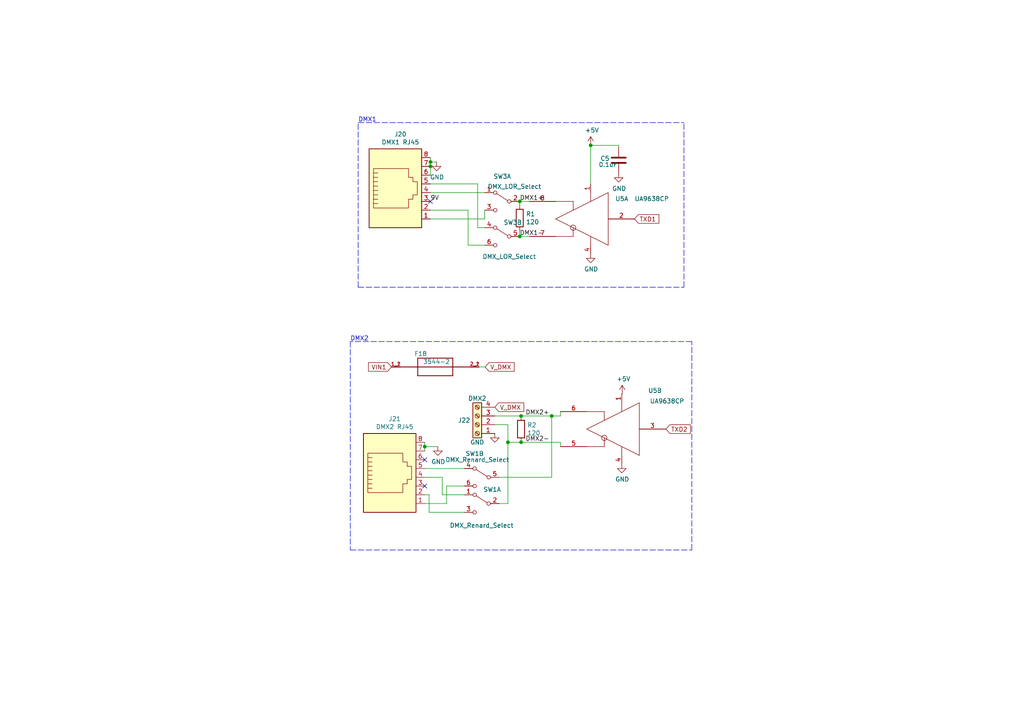
<source format=kicad_sch>
(kicad_sch (version 20211123) (generator eeschema)
  (paper "A4")
  (title_block (title "PB 16") (date "2022-05-29") (rev "v1.0h") (company "Scott Hanson"))
  (lib_symbols
    (symbol "Connector:RJ45" (pin_names (offset 1.016))
      (property "Reference" "J" (at -5.08 13.97 0))
      (property "Value" "RJ45" (at 2.54 13.97 0))
      (symbol "RJ45_0_1"
        (polyline (pts (xy -5.08 4.445) (xy -6.35 4.445)))
        (polyline (pts (xy -5.08 5.715) (xy -6.35 5.715)))
        (polyline (pts (xy -6.35 -3.175) (xy -5.08 -3.175) (xy -5.08 -3.175)))
        (polyline (pts (xy -6.35 -1.905) (xy -5.08 -1.905) (xy -5.08 -1.905)))
        (polyline (pts (xy -6.35 -0.635) (xy -5.08 -0.635) (xy -5.08 -0.635)))
        (polyline (pts (xy -6.35 0.635) (xy -5.08 0.635) (xy -5.08 0.635)))
        (polyline (pts (xy -6.35 1.905) (xy -5.08 1.905) (xy -5.08 1.905)))
        (polyline (pts (xy -5.08 3.175) (xy -6.35 3.175) (xy -6.35 3.175)))
        (polyline (pts (xy -6.35 -4.445) (xy -6.35 6.985) (xy 3.81 6.985) (xy 3.81 4.445) (xy 5.08 4.445) (xy 5.08 3.175) (xy 6.35 3.175) (xy 6.35 -0.635) (xy 5.08 -0.635) (xy 5.08 -1.905) (xy 3.81 -1.905) (xy 3.81 -4.445) (xy -6.35 -4.445) (xy -6.35 -4.445)))
        (rectangle (start 7.62 12.7) (end -7.62 -10.16) (stroke (width 0.254)) (fill (type background)))
      )
      (symbol "RJ45_1_1"
        (pin passive line (at 10.16 -7.62 180) (length 2.54) (name "~") (number "1"))
        (pin passive line (at 10.16 -5.08 180) (length 2.54) (name "~") (number "2"))
        (pin passive line (at 10.16 -2.54 180) (length 2.54) (name "~") (number "3"))
        (pin passive line (at 10.16 0 180) (length 2.54) (name "~") (number "4"))
        (pin passive line (at 10.16 2.54 180) (length 2.54) (name "~") (number "5"))
        (pin passive line (at 10.16 5.08 180) (length 2.54) (name "~") (number "6"))
        (pin passive line (at 10.16 7.62 180) (length 2.54) (name "~") (number "7"))
        (pin passive line (at 10.16 10.16 180) (length 2.54) (name "~") (number "8"))
      )
    )
    (symbol "Connector:Screw_Terminal_01x04" (pin_names (offset 1.016) hide)
      (property "Reference" "J" (at 0 5.08 0))
      (property "Value" "Screw_Terminal_01x04" (at 0 -7.62 0))
      (symbol "Screw_Terminal_01x04_1_1"
        (rectangle (start -1.27 3.81) (end 1.27 -6.35) (stroke (width 0.254)) (fill (type background)))
        (circle (center 0 -5.08) (radius 0.635) (stroke (width 0.1524)))
        (circle (center 0 -2.54) (radius 0.635) (stroke (width 0.1524)))
        (polyline (pts (xy -0.5334 -4.7498) (xy 0.3302 -5.588)) (stroke (width 0.1524)))
        (polyline (pts (xy -0.5334 -2.2098) (xy 0.3302 -3.048)) (stroke (width 0.1524)))
        (polyline (pts (xy -0.5334 0.3302) (xy 0.3302 -0.508)) (stroke (width 0.1524)))
        (polyline (pts (xy -0.5334 2.8702) (xy 0.3302 2.032)) (stroke (width 0.1524)))
        (polyline (pts (xy -0.3556 -4.572) (xy 0.508 -5.4102)) (stroke (width 0.1524)))
        (polyline (pts (xy -0.3556 -2.032) (xy 0.508 -2.8702)) (stroke (width 0.1524)))
        (polyline (pts (xy -0.3556 0.508) (xy 0.508 -0.3302)) (stroke (width 0.1524)))
        (polyline (pts (xy -0.3556 3.048) (xy 0.508 2.2098)) (stroke (width 0.1524)))
        (circle (center 0 0) (radius 0.635) (stroke (width 0.1524)))
        (circle (center 0 2.54) (radius 0.635) (stroke (width 0.1524)))
        (pin passive line (at -5.08 2.54 0) (length 3.81) (name "Pin_1") (number "1"))
        (pin passive line (at -5.08 0 0) (length 3.81) (name "Pin_2") (number "2"))
        (pin passive line (at -5.08 -2.54 0) (length 3.81) (name "Pin_3") (number "3"))
        (pin passive line (at -5.08 -5.08 0) (length 3.81) (name "Pin_4") (number "4"))
      )
    )
    (symbol "Device:C" (pin_numbers hide) (pin_names (offset 0.254))
      (property "Reference" "C" (at 0.635 2.54 0))
      (property "Value" "C" (at 0.635 -2.54 0))
      (symbol "C_0_1"
        (polyline (pts (xy -2.032 -0.762) (xy 2.032 -0.762)) (stroke (width 0.508)))
        (polyline (pts (xy -2.032 0.762) (xy 2.032 0.762)) (stroke (width 0.508)))
      )
      (symbol "C_1_1"
        (pin passive line (at 0 3.81 270) (length 2.794) (name "~") (number "1"))
        (pin passive line (at 0 -3.81 90) (length 2.794) (name "~") (number "2"))
      )
    )
    (symbol "Device:R" (pin_numbers hide) (pin_names (offset 0))
      (property "Reference" "R" (at 2.032 0 90))
      (property "Value" "R" (at 0 0 90))
      (symbol "R_0_1"
        (rectangle (start -1.016 -2.54) (end 1.016 2.54) (stroke (width 0.254)))
      )
      (symbol "R_1_1"
        (pin passive line (at 0 3.81 270) (length 1.27) (name "~") (number "1"))
        (pin passive line (at 0 -3.81 90) (length 1.27) (name "~") (number "2"))
      )
    )
    (symbol "Interface_LineDriver:UA9638CP" (pin_names (offset 1.016) hide)
      (property "Reference" "U" (at -7.62 10.16 0))
      (property "Value" "UA9638CP" (at 2.54 7.62 0))
      (symbol "UA9638CP_0_1"
        (polyline (pts (xy -7.62 5.08) (xy -7.62 -7.62)))
        (polyline (pts (xy -7.62 5.08) (xy -7.62 7.62)))
        (polyline (pts (xy -7.62 7.62) (xy 7.62 0)))
        (polyline (pts (xy -2.54 -5.08) (xy -2.54 -7.62)))
        (polyline (pts (xy -2.54 5.08) (xy -2.54 7.62)))
        (polyline (pts (xy 2.54 -5.08) (xy 7.62 -5.08)))
        (polyline (pts (xy 2.54 -2.54) (xy 2.54 -5.08)))
        (polyline (pts (xy 2.54 5.08) (xy 2.54 2.54)))
        (polyline (pts (xy 7.62 0) (xy -7.62 -7.62)))
        (polyline (pts (xy 7.62 5.08) (xy 2.54 5.08)))
        (circle (center 2.54 -2.54) (radius 0.762))
      )
      (symbol "UA9638CP_1_1"
        (pin power_in line (at -2.54 10.16 270) (length 2.54) (name "VCC") (number "1"))
        (pin input line (at -15.24 0 0) (length 7.62) (name "IN") (number "2"))
        (pin power_in line (at -2.54 -10.16 90) (length 2.54) (name "GND") (number "4"))
        (pin output line (at 15.24 -5.08 180) (length 7.62) (name "OUTA") (number "7"))
        (pin output line (at 15.24 5.08 180) (length 7.62) (name "OUTB") (number "8"))
      )
      (symbol "UA9638CP_2_1"
        (pin power_in line (at -2.54 10.16 270) (length 2.54) (name "VCC") (number "1"))
        (pin input line (at -15.24 0 0) (length 7.62) (name "IN") (number "3"))
        (pin power_in line (at -2.54 -10.16 90) (length 2.54) (name "GND") (number "4"))
        (pin output line (at 15.24 -5.08 180) (length 7.62) (name "OUTA") (number "5"))
        (pin output line (at 15.24 5.08 180) (length 7.62) (name "OUTB") (number "6"))
      )
    )
    (symbol "PB_16-rescue:3544-2-Keystone_Fuse" (pin_names (offset 1.016) hide)
      (property "Reference" "F" (at -5.08 3.302 0))
      (property "Value" "3544-2-Keystone_Fuse" (at -5.08 -5.08 0))
      (symbol "3544-2-Keystone_Fuse_0_0"
        (polyline (pts (xy -12.7 0) (xy 12.7 0)) (stroke (width 0.254)))
        (polyline (pts (xy -5.08 -2.54) (xy -5.08 2.54)) (stroke (width 0.254)))
        (polyline (pts (xy -5.08 2.54) (xy 5.08 2.54)) (stroke (width 0.254)))
        (polyline (pts (xy 5.08 -2.54) (xy -5.08 -2.54)) (stroke (width 0.254)))
        (polyline (pts (xy 5.08 2.54) (xy 5.08 -2.54)) (stroke (width 0.254)))
        (pin passive line (at -12.7 0 0) (length 2.54) (name "1") (number "1_1"))
        (pin passive line (at -12.7 0 0) (length 2.54) (name "1") (number "1_2"))
        (pin passive line (at 12.7 0 180) (length 2.54) (name "2") (number "2_1"))
        (pin passive line (at 12.7 0 180) (length 2.54) (name "2") (number "2_2"))
      )
    )
    (symbol "Switch:SW_DPDT_x2" (pin_names (offset 0) hide)
      (property "Reference" "SW" (at 0 4.318 0))
      (property "Value" "SW_DPDT_x2" (at 0 -5.08 0))
      (symbol "SW_DPDT_x2_0_0"
        (circle (center -2.032 0) (radius 0.508))
        (circle (center 2.032 -2.54) (radius 0.508))
      )
      (symbol "SW_DPDT_x2_0_1"
        (polyline (pts (xy -1.524 0.254) (xy 1.651 2.286)))
        (circle (center 2.032 2.54) (radius 0.508))
      )
      (symbol "SW_DPDT_x2_1_1"
        (pin passive line (at 5.08 2.54 180) (length 2.54) (name "A") (number "1"))
        (pin passive line (at -5.08 0 0) (length 2.54) (name "B") (number "2"))
        (pin passive line (at 5.08 -2.54 180) (length 2.54) (name "C") (number "3"))
      )
      (symbol "SW_DPDT_x2_2_1"
        (pin passive line (at 5.08 2.54 180) (length 2.54) (name "A") (number "4"))
        (pin passive line (at -5.08 0 0) (length 2.54) (name "B") (number "5"))
        (pin passive line (at 5.08 -2.54 180) (length 2.54) (name "C") (number "6"))
      )
    )
    (symbol "power:+5V" (power) (pin_names (offset 0))
      (property "Value" "+5V" (at 0 3.556 0))
      (symbol "+5V_0_1"
        (polyline (pts (xy -0.762 1.27) (xy 0 2.54)))
        (polyline (pts (xy 0 0) (xy 0 2.54)))
        (polyline (pts (xy 0 2.54) (xy 0.762 1.27)))
      )
      (symbol "+5V_1_1"
        (pin power_in line (at 0 0 90) (length 0) hide (name "+5V") (number "1"))
      )
    )
    (symbol "power:GND" (power) (pin_names (offset 0))
      (property "Value" "GND" (at 0 -3.81 0))
      (symbol "GND_0_1"
        (polyline (pts (xy 0 0) (xy 0 -1.27) (xy 1.27 -1.27) (xy 0 -2.54) (xy -1.27 -1.27) (xy 0 -1.27)))
      )
      (symbol "GND_1_1"
        (pin power_in line (at 0 0 270) (length 0) hide (name "GND") (number "1"))
      )
    )
  )
  (junction (at 151.13 120.65))
  (junction (at 150.749 68.58))
  (junction (at 171.323 42.164))
  (junction (at 123.19 129.54))
  (junction (at 151.13 128.27))
  (junction (at 124.841 48.26))
  (junction (at 150.749 58.42))
  (junction (at 124.841 46.99))
  (junction (at 160.02 120.65))
  (junction (at 147.32 128.27))
  (no_connect (at 123.19 140.97))
  (no_connect (at 124.841 58.42))
  (no_connect (at 123.19 133.35))
  (wire (pts (xy 143.51 123.19) (xy 147.32 123.19)))
  (wire (pts (xy 147.32 128.27) (xy 151.13 128.27)))
  (polyline (pts (xy 101.6 99.06) (xy 101.6 159.512)))
  (wire (pts (xy 124.46 143.51) (xy 124.46 148.59)))
  (wire (pts (xy 193.04 124.46) (xy 193.167 124.46)))
  (wire (pts (xy 147.32 123.19) (xy 147.32 128.27)))
  (wire (pts (xy 123.19 138.43) (xy 128.27 138.43)))
  (wire (pts (xy 180.34 114.3) (xy 180.467 114.3)))
  (wire (pts (xy 160.02 120.65) (xy 162.56 120.65)))
  (wire (pts (xy 151.13 120.65) (xy 160.02 120.65)))
  (wire (pts (xy 123.19 130.81) (xy 123.19 129.54)))
  (wire (pts (xy 144.78 138.43) (xy 160.02 138.43)))
  (wire (pts (xy 140.589 66.04) (xy 138.557 66.04)))
  (wire (pts (xy 153.543 58.42) (xy 150.749 58.42)))
  (wire (pts (xy 128.27 143.51) (xy 134.62 143.51)))
  (wire (pts (xy 143.51 120.65) (xy 151.13 120.65)))
  (wire (pts (xy 140.589 71.12) (xy 135.763 71.12)))
  (wire (pts (xy 151.13 128.27) (xy 162.56 128.27)))
  (wire (pts (xy 162.56 120.65) (xy 162.56 119.38)))
  (wire (pts (xy 123.19 129.54) (xy 123.19 128.27)))
  (wire (pts (xy 124.841 53.34) (xy 138.557 53.34)))
  (wire (pts (xy 171.323 53.34) (xy 171.323 42.164)))
  (wire (pts (xy 162.56 129.54) (xy 162.56 128.27)))
  (polyline (pts (xy 200.66 159.512) (xy 200.66 99.06)))
  (wire (pts (xy 140.589 60.96) (xy 140.589 63.5)))
  (wire (pts (xy 150.749 58.42) (xy 150.749 59.436)))
  (wire (pts (xy 147.32 146.05) (xy 144.78 146.05)))
  (wire (pts (xy 126.619 46.99) (xy 124.841 46.99)))
  (wire (pts (xy 128.27 138.43) (xy 128.27 143.51)))
  (wire (pts (xy 124.841 50.8) (xy 124.841 48.26)))
  (wire (pts (xy 150.749 68.58) (xy 153.543 68.58)))
  (wire (pts (xy 123.19 135.89) (xy 134.62 135.89)))
  (wire (pts (xy 138.938 106.426) (xy 140.716 106.426)))
  (wire (pts (xy 124.841 46.99) (xy 124.841 48.26)))
  (polyline (pts (xy 103.886 83.312) (xy 103.886 35.56)))
  (wire (pts (xy 150.749 67.056) (xy 150.749 68.58)))
  (wire (pts (xy 123.19 143.51) (xy 124.46 143.51)))
  (wire (pts (xy 129.54 146.05) (xy 123.19 146.05)))
  (wire (pts (xy 160.02 120.65) (xy 160.02 138.43)))
  (polyline (pts (xy 103.886 83.312) (xy 198.374 83.312)))
  (wire (pts (xy 124.841 45.72) (xy 124.841 46.99)))
  (wire (pts (xy 129.54 140.97) (xy 129.54 146.05)))
  (polyline (pts (xy 200.66 99.06) (xy 101.6 99.06)))
  (wire (pts (xy 171.323 42.164) (xy 179.451 42.164)))
  (wire (pts (xy 124.841 63.5) (xy 140.589 63.5)))
  (wire (pts (xy 127 129.54) (xy 123.19 129.54)))
  (wire (pts (xy 134.62 140.97) (xy 129.54 140.97)))
  (wire (pts (xy 124.46 148.59) (xy 134.62 148.59)))
  (polyline (pts (xy 198.374 83.312) (xy 198.374 35.56)))
  (wire (pts (xy 124.841 55.88) (xy 140.589 55.88)))
  (wire (pts (xy 138.557 53.34) (xy 138.557 66.04)))
  (wire (pts (xy 135.763 60.96) (xy 135.763 71.12)))
  (wire (pts (xy 124.841 60.96) (xy 135.763 60.96)))
  (wire (pts (xy 147.32 128.27) (xy 147.32 146.05)))
  (wire (pts (xy 179.451 42.164) (xy 179.451 42.672)))
  (polyline (pts (xy 101.6 159.512) (xy 200.66 159.512)))
  (polyline (pts (xy 103.886 35.56) (xy 198.374 35.56)))
  (text "DMX2" (at 101.6 99.06 0) (effects (font (size 1.27 1.27)) (justify left bottom)))
  (text "DMX1" (at 103.886 35.56 0) (effects (font (size 1.27 1.27)) (justify left bottom)))
  (label "9V" (at 124.841 58.42 0))
  (label "DMX1+" (at 150.749 58.42 0))
  (label "DMX2-" (at 152.4 128.27 0))
  (label "DMX1-" (at 150.749 68.58 0))
  (label "DMX2+" (at 152.4 120.65 0))
  (global_label "VIN1" (shape input) (at 113.538 106.426 180) (property "Intersheet References" "${INTERSHEET_REFS}" (effects hide)))
  (global_label "V_DMX" (shape input) (at 143.51 118.11 0) (property "Intersheet References" "${INTERSHEET_REFS}" (effects hide)))
  (global_label "TXD1" (shape input) (at 184.023 63.5 0) (property "Intersheet References" "${INTERSHEET_REFS}" (effects hide)))
  (global_label "V_DMX" (shape input) (at 140.716 106.426 0) (property "Intersheet References" "${INTERSHEET_REFS}" (effects hide)))
  (global_label "TXD2" (shape input) (at 193.167 124.46 0) (property "Intersheet References" "${INTERSHEET_REFS}" (effects hide)))
  (symbol (lib_id "Device:R") (at 151.13 124.46 0) (unit 1)
    (property "Reference" "R2" (at 152.908 123.2916 0) (effects (justify left)))
    (property "Value" "120" (at 152.908 125.603 0) (effects (justify left)))
    (property "Footprint" "Resistor_THT:R_Axial_DIN0207_L6.3mm_D2.5mm_P7.62mm_Horizontal" (effects hide))
    (property "Digi-Key_PN" "CF14JT120RCT-ND" (effects hide))
    (property "MPN" "CF14JT120R" (effects hide))
  )
  (symbol (lib_id "power:GND") (at 143.51 125.73 0) (unit 1)
    (property "Reference" "#PWR033" (effects hide))
    (property "Value" "GND" (at 138.43 128.27 0))
  )
  (symbol (lib_id "Device:C") (at 179.451 46.482 0) (unit 1)
    (property "Reference" "C5" (at 174.117 45.974 0) (effects (justify left)))
    (property "Value" "0.1uF" (at 173.609 47.752 0) (effects (justify left)))
    (property "Footprint" "Capacitor_THT:C_Rect_L7.0mm_W2.0mm_P5.00mm" (effects hide))
    (property "Digi-Key_PN" "478-7336-1-ND" (effects hide))
    (property "MPN" "SR215C104KARTR1" (effects hide))
  )
  (symbol (lib_id "power:GND") (at 179.451 50.292 0) (unit 1)
    (property "Reference" "#PWR037" (effects hide))
    (property "Value" "GND" (at 179.578 54.6862 0))
  )
  (symbol (lib_id "Connector:RJ45") (at 114.681 55.88 0) (unit 1)
    (property "Reference" "J20" (at 116.1288 38.9382 0))
    (property "Value" "DMX1 RJ45" (at 116.1288 41.2496 0))
    (property "Footprint" "Scotts:RJ45_Amphenol_54602-x08_Horizontal" (effects hide))
    (property "Digi-Key_PN" "AE10392-ND" (effects hide))
    (property "MPN" "A-2014-2-4-R" (effects hide))
  )
  (symbol (lib_id "power:GND") (at 126.619 46.99 0) (unit 1)
    (property "Reference" "#PWR034" (effects hide))
    (property "Value" "GND" (at 126.746 51.3842 0))
  )
  (symbol (lib_id "Connector:RJ45") (at 113.03 138.43 0) (unit 1)
    (property "Reference" "J21" (at 114.4778 121.4882 0))
    (property "Value" "DMX2 RJ45" (at 114.4778 123.7996 0))
    (property "Footprint" "Scotts:RJ45_Amphenol_54602-x08_Horizontal" (effects hide))
    (property "Digi-Key_PN" "AE10392-ND" (effects hide))
    (property "MPN" "A-2014-2-4-R" (effects hide))
  )
  (symbol (lib_id "power:GND") (at 127 129.54 0) (unit 1)
    (property "Reference" "#PWR046" (effects hide))
    (property "Value" "GND" (at 127.127 133.9342 0))
  )
  (symbol (lib_id "Switch:SW_DPDT_x2") (at 139.7 146.05 0) (mirror y) (unit 1)
    (property "Reference" "SW1" (at 142.748 141.986 0))
    (property "Value" "DMX_Renard_Select" (at 139.7 152.4 0))
    (property "Footprint" "Button_Switch_THT:SW_CuK_JS202011CQN_DPDT_Straight" (effects hide))
    (property "Digi-Key_PN" "401-2001-ND" (effects hide))
    (property "MPN" "JS202011CQN" (effects hide))
  )
  (symbol (lib_id "Switch:SW_DPDT_x2") (at 139.7 138.43 0) (mirror y) (unit 2)
    (property "Reference" "SW1" (at 137.668 131.572 0))
    (property "Value" "DMX_Renard_Select" (at 138.43 133.35 0))
    (property "Footprint" "Button_Switch_THT:SW_CuK_JS202011CQN_DPDT_Straight" (effects hide))
    (property "Digi-Key_PN" "401-2001-ND" (effects hide))
    (property "MPN" "JS202011CQN" (effects hide))
  )
  (symbol (lib_id "Interface_LineDriver:UA9638CP") (at 168.783 63.5 0) (mirror y) (unit 1)
    (property "Reference" "U5" (at 178.435 57.658 0) (effects (justify right)))
    (property "Value" "UA9638CP" (at 184.023 57.658 0) (effects (justify right)))
    (property "Footprint" "Package_DIP:DIP-8_W7.62mm" (effects hide))
    (property "Datasheet" "http://www.ti.com/lit/ds/symlink/ua9638.pdf" (effects hide))
    (property "Digi-Key_PN" "296-15059-5-ND" (effects hide))
    (property "MPN" "UA9638CP" (effects hide))
  )
  (symbol (lib_id "Interface_LineDriver:UA9638CP") (at 177.8 124.46 0) (mirror y) (unit 2)
    (property "Reference" "U5" (at 187.96 113.284 0) (effects (justify right)))
    (property "Value" "UA9638CP" (at 188.468 116.332 0) (effects (justify right)))
    (property "Footprint" "Package_DIP:DIP-8_W7.62mm" (effects hide))
    (property "Datasheet" "http://www.ti.com/lit/ds/symlink/ua9638.pdf" (effects hide))
    (property "Digi-Key_PN" "296-15059-5-ND" (effects hide))
    (property "MPN" "UA9638CP" (effects hide))
  )
  (symbol (lib_id "Device:R") (at 150.749 63.246 0) (unit 1)
    (property "Reference" "R1" (at 152.527 62.0776 0) (effects (justify left)))
    (property "Value" "120" (at 152.527 64.389 0) (effects (justify left)))
    (property "Footprint" "Resistor_THT:R_Axial_DIN0207_L6.3mm_D2.5mm_P7.62mm_Horizontal" (effects hide))
    (property "Digi-Key_PN" "CF14JT120RCT-ND" (effects hide))
    (property "MPN" "CF14JT120R" (effects hide))
  )
  (symbol (lib_id "power:GND") (at 180.34 134.62 0) (unit 1)
    (property "Reference" "#PWR038" (effects hide))
    (property "Value" "GND" (at 180.467 139.0142 0))
  )
  (symbol (lib_id "power:GND") (at 171.323 73.66 0) (unit 1)
    (property "Reference" "#PWR035" (effects hide))
    (property "Value" "GND" (at 171.45 78.0542 0))
  )
  (symbol (lib_id "power:+5V") (at 180.467 114.3 0) (unit 1)
    (property "Reference" "#PWR036" (effects hide))
    (property "Value" "+5V" (at 180.848 109.9058 0))
  )
  (symbol (lib_id "power:+5V") (at 171.323 42.164 0) (unit 1)
    (property "Reference" "#PWR032" (effects hide))
    (property "Value" "+5V" (at 171.704 37.7698 0))
  )
  (symbol (lib_id "Connector:Screw_Terminal_01x04") (at 138.43 123.19 180) (unit 1)
    (property "Reference" "J22" (at 134.62 121.92 0))
    (property "Value" "DMX2" (at 138.43 115.57 0))
    (property "Footprint" "TerminalBlock_Phoenix:TerminalBlock_Phoenix_MKDS-1,5-4_1x04_P5.00mm_Horizontal" (effects hide))
    (property "Digi-Key_PN" "277-1238-ND" (effects hide))
    (property "MPN" "1729034" (effects hide))
  )
  (symbol (lib_id "Switch:SW_DPDT_x2") (at 145.669 58.42 0) (mirror y) (unit 1)
    (property "Reference" "SW3" (at 145.669 51.181 0))
    (property "Value" "DMX_LOR_Select" (at 149.225 54.102 0))
    (property "Footprint" "Button_Switch_THT:SW_CuK_JS202011CQN_DPDT_Straight" (effects hide))
    (property "Digi-Key_PN" "401-2001-ND" (effects hide))
    (property "MPN" "JS202011CQN" (effects hide))
  )
  (symbol (lib_id "Switch:SW_DPDT_x2") (at 145.669 68.58 0) (mirror y) (unit 2)
    (property "Reference" "SW3" (at 148.717 64.516 0))
    (property "Value" "DMX_LOR_Select" (at 147.701 74.422 0))
    (property "Footprint" "Button_Switch_THT:SW_CuK_JS202011CQN_DPDT_Straight" (effects hide))
    (property "Digi-Key_PN" "401-2001-ND" (effects hide))
    (property "MPN" "JS202011CQN" (effects hide))
  )
  (symbol (lib_id "PB_16-rescue:3544-2-Keystone_Fuse") (at 126.238 106.426 0) (unit 1)
    (property "Reference" "F18" (at 120.142 102.616 0) (effects (justify left)))
    (property "Value" "3544-2" (at 122.682 104.902 0) (effects (justify left)))
    (property "Footprint" "Keystone_Fuse:FUSE_3544-2" (effects hide))
    (property "Field4" "3544-2" (effects hide))
    (property "Field5" "None" (effects hide))
    (property "Field6" "Unavailable" (effects hide))
    (property "Field7" "Fuse Clip; 500 VAC; 30 A; PCB; For 0.110 in. x 0.032 in. mini blade fuses" (effects hide))
    (property "Field8" "Keystone Electronics" (effects hide))
    (property "Digi-Key_PN" "36-3544-2-ND" (effects hide))
    (property "MPN" "3544-2" (effects hide))
  )
)
</source>
